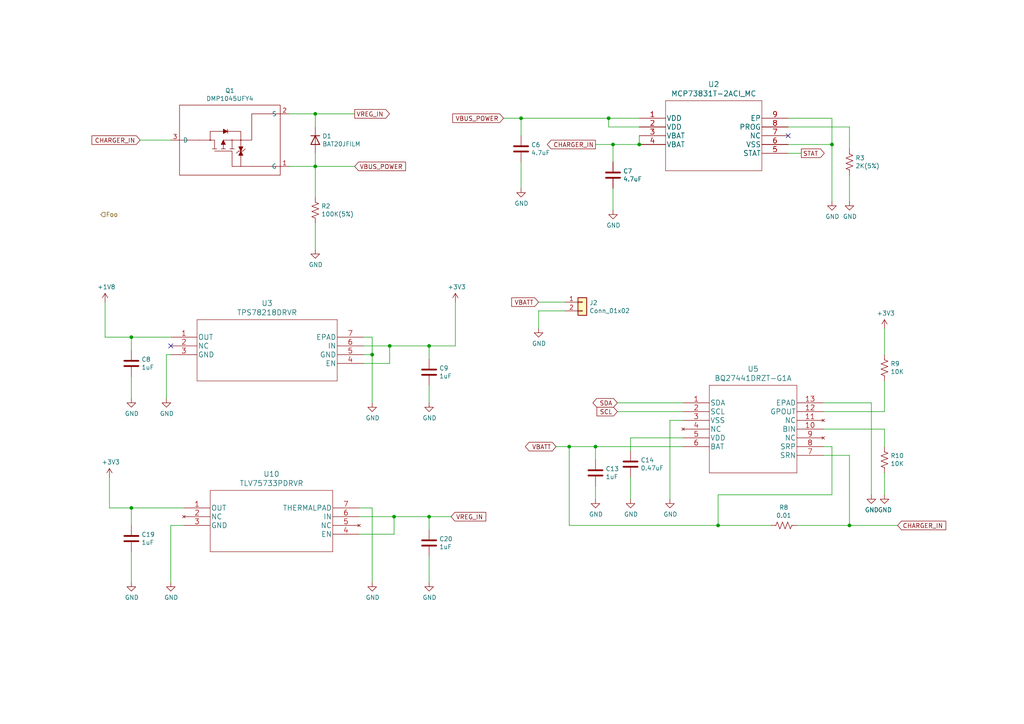
<source format=kicad_sch>
(kicad_sch (version 20230121) (generator eeschema)
  (paper "A4")
  (lib_symbols
    (symbol "BQ27441DRZTG1A:BQ27441DRZT-G1A" (pin_names (offset 0.254))
      (property "Reference" "U" (at 20.32 10.16 0))
      (property "Value" "BQ27441DRZT-G1A" (at 20.32 7.62 0))
      (symbol "BQ27441DRZT-G1A_1_1"
        (polyline (pts (xy 7.62 -20.32) (xy 33.02 -20.32)) (stroke (width 0.127)))
        (polyline (pts (xy 7.62 5.08) (xy 7.62 -20.32)) (stroke (width 0.127)))
        (polyline (pts (xy 33.02 -20.32) (xy 33.02 5.08)) (stroke (width 0.127)))
        (polyline (pts (xy 33.02 5.08) (xy 7.62 5.08)) (stroke (width 0.127)))
        (pin bidirectional line (at 0 0 0) (length 7.62) (name "SDA") (number "1"))
        (pin input line (at 40.64 -7.62 180) (length 7.62) (name "BIN") (number "10"))
        (pin no_connect line (at 40.64 -5.08 180) (length 7.62) (name "NC") (number "11"))
        (pin output line (at 40.64 -2.54 180) (length 7.62) (name "GPOUT") (number "12"))
        (pin unspecified line (at 40.64 0 180) (length 7.62) (name "EPAD") (number "13"))
        (pin bidirectional line (at 0 -2.54 0) (length 7.62) (name "SCL") (number "2"))
        (pin power_in line (at 0 -5.08 0) (length 7.62) (name "VSS") (number "3"))
        (pin no_connect line (at 0 -7.62 0) (length 7.62) (name "NC") (number "4"))
        (pin power_in line (at 0 -10.16 0) (length 7.62) (name "VDD") (number "5"))
        (pin input line (at 0 -12.7 0) (length 7.62) (name "BAT") (number "6"))
        (pin input line (at 40.64 -15.24 180) (length 7.62) (name "SRN") (number "7"))
        (pin input line (at 40.64 -12.7 180) (length 7.62) (name "SRP") (number "8"))
        (pin no_connect line (at 40.64 -10.16 180) (length 7.62) (name "NC") (number "9"))
      )
    )
    (symbol "Connector_Generic:Conn_01x02" (pin_names (offset 1.016) hide)
      (property "Reference" "J" (at 0 2.54 0))
      (property "Value" "Conn_01x02" (at 0 -5.08 0))
      (symbol "Conn_01x02_1_1"
        (rectangle (start -1.27 -2.413) (end 0 -2.667) (stroke (width 0.1524)))
        (rectangle (start -1.27 0.127) (end 0 -0.127) (stroke (width 0.1524)))
        (rectangle (start -1.27 1.27) (end 1.27 -3.81) (stroke (width 0.254)) (fill (type background)))
        (pin passive line (at -5.08 0 0) (length 3.81) (name "Pin_1") (number "1"))
        (pin passive line (at -5.08 -2.54 0) (length 3.81) (name "Pin_2") (number "2"))
      )
    )
    (symbol "DMP1045UFY4:DMP1045UFY4" (pin_names (offset 1.016))
      (property "Reference" "Q" (at -12.7 11.43 0))
      (property "Value" "DMP1045UFY4" (at 10.16 -11.43 0))
      (symbol "DMP1045UFY4_0_1"
        (circle (center -3.81 0) (radius 0.127) (fill (type outline)))
        (polyline (pts (xy -6.985 0) (xy -12.7 0)))
        (polyline (pts (xy -6.985 0) (xy -6.985 0)))
        (polyline (pts (xy -3.175 -2.54) (xy -1.905 -2.54)))
        (polyline (pts (xy -0.635 -2.54) (xy 0.635 -2.54)))
        (polyline (pts (xy 1.27 3.175) (xy 1.27 1.905)))
        (polyline (pts (xy 1.905 -2.54) (xy 3.175 -2.54)))
        (polyline (pts (xy 2.54 -2.54) (xy 2.54 0)))
        (polyline (pts (xy 4.445 -3.175) (xy 3.81 -3.81)))
        (polyline (pts (xy 8.255 7.62) (xy 8.255 7.62)))
        (polyline (pts (xy 8.255 7.62) (xy 16.51 7.62)))
        (polyline (pts (xy -2.54 -2.54) (xy -2.54 0) (xy -6.985 0)))
        (polyline (pts (xy 4.445 -3.175) (xy 5.715 -3.175) (xy 6.35 -2.54)))
        (polyline (pts (xy 5.08 0) (xy 8.255 0) (xy 8.255 7.62)))
        (polyline (pts (xy -3.81 0) (xy -3.81 2.54) (xy 5.08 2.54) (xy 5.08 0)))
        (polyline (pts (xy -2.54 -3.175) (xy 2.54 -3.175) (xy 2.54 -7.62) (xy 16.51 -7.62)))
        (polyline (pts (xy 0 -2.54) (xy 0 0) (xy 5.08 0) (xy 5.08 -7.62)))
        (polyline (pts (xy 0 0) (xy -0.635 -1.27) (xy 0.635 -1.27) (xy 0 0)) (fill (type outline)))
        (polyline (pts (xy 0 3.175) (xy 0 1.905) (xy 1.27 2.54) (xy 0 3.175)) (fill (type outline)))
        (polyline (pts (xy 5.08 -3.175) (xy 4.445 -4.445) (xy 5.715 -4.445) (xy 5.08 -3.175)) (fill (type outline)))
        (polyline (pts (xy 5.08 -3.175) (xy 4.445 -1.905) (xy 5.715 -1.905) (xy 5.08 -3.175)) (fill (type outline)))
        (circle (center 2.54 0) (radius 0.1016) (fill (type outline)))
        (circle (center 5.08 0) (radius 0.127) (fill (type outline)))
        (rectangle (start 16.51 10.16) (end -12.7 -10.16))
      )
      (symbol "DMP1045UFY4_1_1"
        (pin bidirectional line (at 19.05 -7.62 180) (length 2.54) (name "G") (number "1"))
        (pin bidirectional line (at 19.05 7.62 180) (length 2.54) (name "S") (number "2"))
        (pin bidirectional line (at -15.24 0 0) (length 2.54) (name "D") (number "3"))
      )
    )
    (symbol "Device:C" (pin_numbers hide) (pin_names (offset 0.254))
      (property "Reference" "C" (at 0.635 2.54 0))
      (property "Value" "C" (at 0.635 -2.54 0))
      (symbol "C_0_1"
        (polyline (pts (xy -2.032 -0.762) (xy 2.032 -0.762)) (stroke (width 0.508)))
        (polyline (pts (xy -2.032 0.762) (xy 2.032 0.762)) (stroke (width 0.508)))
      )
      (symbol "C_1_1"
        (pin passive line (at 0 3.81 270) (length 2.794) (name "~") (number "1"))
        (pin passive line (at 0 -3.81 90) (length 2.794) (name "~") (number "2"))
      )
    )
    (symbol "Device:D" (pin_numbers hide) (pin_names (offset 1.016) hide)
      (property "Reference" "D" (at 0 2.54 0))
      (property "Value" "D" (at 0 -2.54 0))
      (symbol "D_0_1"
        (polyline (pts (xy -1.27 1.27) (xy -1.27 -1.27)) (stroke (width 0.254)))
        (polyline (pts (xy 1.27 0) (xy -1.27 0)))
        (polyline (pts (xy 1.27 1.27) (xy 1.27 -1.27) (xy -1.27 0) (xy 1.27 1.27)) (stroke (width 0.254)))
      )
      (symbol "D_1_1"
        (pin passive line (at -3.81 0 0) (length 2.54) (name "K") (number "1"))
        (pin passive line (at 3.81 0 180) (length 2.54) (name "A") (number "2"))
      )
    )
    (symbol "Device:R_US" (pin_numbers hide) (pin_names (offset 0))
      (property "Reference" "R" (at 2.54 0 90))
      (property "Value" "R_US" (at -2.54 0 90))
      (symbol "R_US_0_1"
        (polyline (pts (xy 0 -2.286) (xy 0 -2.54)))
        (polyline (pts (xy 0 2.286) (xy 0 2.54)))
        (polyline (pts (xy 0 -0.762) (xy 1.016 -1.143) (xy 0 -1.524) (xy -1.016 -1.905) (xy 0 -2.286)))
        (polyline (pts (xy 0 0.762) (xy 1.016 0.381) (xy 0 0) (xy -1.016 -0.381) (xy 0 -0.762)))
        (polyline (pts (xy 0 2.286) (xy 1.016 1.905) (xy 0 1.524) (xy -1.016 1.143) (xy 0 0.762)))
      )
      (symbol "R_US_1_1"
        (pin passive line (at 0 3.81 270) (length 1.27) (name "~") (number "1"))
        (pin passive line (at 0 -3.81 90) (length 1.27) (name "~") (number "2"))
      )
    )
    (symbol "TLV75733PDRVR:TLV75733PDRVR" (pin_names (offset 0.254))
      (property "Reference" "U" (at 25.4 10.16 0))
      (property "Value" "TLV75733PDRVR" (at 25.4 7.62 0))
      (symbol "TLV75733PDRVR_1_1"
        (polyline (pts (xy 7.62 -12.7) (xy 43.18 -12.7)) (stroke (width 0.127)))
        (polyline (pts (xy 7.62 5.08) (xy 7.62 -12.7)) (stroke (width 0.127)))
        (polyline (pts (xy 43.18 -12.7) (xy 43.18 5.08)) (stroke (width 0.127)))
        (polyline (pts (xy 43.18 5.08) (xy 7.62 5.08)) (stroke (width 0.127)))
        (pin output line (at 0 0 0) (length 7.62) (name "OUT") (number "1"))
        (pin no_connect line (at 0 -2.54 0) (length 7.62) (name "NC") (number "2"))
        (pin power_in line (at 0 -5.08 0) (length 7.62) (name "GND") (number "3"))
        (pin unspecified line (at 50.8 -7.62 180) (length 7.62) (name "EN") (number "4"))
        (pin no_connect line (at 50.8 -5.08 180) (length 7.62) (name "NC") (number "5"))
        (pin unspecified line (at 50.8 -2.54 180) (length 7.62) (name "IN") (number "6"))
        (pin unspecified line (at 50.8 0 180) (length 7.62) (name "THERMALPAD") (number "7"))
      )
    )
    (symbol "TPS78218DRVR:TPS78218DRVR" (pin_names (offset 0.254))
      (property "Reference" "U" (at 27.94 10.16 0))
      (property "Value" "TPS78218DRVR" (at 27.94 7.62 0))
      (symbol "TPS78218DRVR_1_1"
        (polyline (pts (xy 7.62 -12.7) (xy 48.26 -12.7)) (stroke (width 0.127)))
        (polyline (pts (xy 7.62 5.08) (xy 7.62 -12.7)) (stroke (width 0.127)))
        (polyline (pts (xy 48.26 -12.7) (xy 48.26 5.08)) (stroke (width 0.127)))
        (polyline (pts (xy 48.26 5.08) (xy 7.62 5.08)) (stroke (width 0.127)))
        (pin output line (at 0 0 0) (length 7.62) (name "OUT") (number "1"))
        (pin unspecified line (at 0 -2.54 0) (length 7.62) (name "NC") (number "2"))
        (pin power_in line (at 0 -5.08 0) (length 7.62) (name "GND") (number "3"))
        (pin unspecified line (at 55.88 -7.62 180) (length 7.62) (name "EN") (number "4"))
        (pin power_in line (at 55.88 -5.08 180) (length 7.62) (name "GND") (number "5"))
        (pin input line (at 55.88 -2.54 180) (length 7.62) (name "IN") (number "6"))
        (pin unspecified line (at 55.88 0 180) (length 7.62) (name "EPAD") (number "7"))
      )
    )
    (symbol "microgame2-rescue:+3.3V-power" (power) (pin_names (offset 0))
      (property "Value" "+3.3V-power" (at 0 3.556 0))
      (symbol "+3.3V-power_0_1"
        (polyline (pts (xy -0.762 1.27) (xy 0 2.54)))
        (polyline (pts (xy 0 0) (xy 0 2.54)))
        (polyline (pts (xy 0 2.54) (xy 0.762 1.27)))
      )
      (symbol "+3.3V-power_1_1"
        (pin power_in line (at 0 0 90) (length 0) hide (name "+3V3") (number "1"))
      )
    )
    (symbol "microgame2-rescue:MCP73831T-2ACI_MC-MCP73831T2ACIMC" (pin_names (offset 0.254))
      (property "Reference" "U" (at 21.59 10.16 0))
      (property "Value" "MCP73831T2ACIMC_MCP73831T-2ACI_MC" (at 21.59 7.62 0))
      (symbol "MCP73831T-2ACI_MC-MCP73831T2ACIMC_1_1"
        (polyline (pts (xy 7.62 -15.24) (xy 35.56 -15.24)) (stroke (width 0.127)))
        (polyline (pts (xy 7.62 5.08) (xy 7.62 -15.24)) (stroke (width 0.127)))
        (polyline (pts (xy 35.56 -15.24) (xy 35.56 5.08)) (stroke (width 0.127)))
        (polyline (pts (xy 35.56 5.08) (xy 7.62 5.08)) (stroke (width 0.127)))
        (pin unspecified line (at 0 0 0) (length 7.62) (name "VDD") (number "1"))
        (pin unspecified line (at 0 -2.54 0) (length 7.62) (name "VDD") (number "2"))
        (pin unspecified line (at 0 -5.08 0) (length 7.62) (name "VBAT") (number "3"))
        (pin unspecified line (at 0 -7.62 0) (length 7.62) (name "VBAT") (number "4"))
        (pin unspecified line (at 43.18 -10.16 180) (length 7.62) (name "STAT") (number "5"))
        (pin unspecified line (at 43.18 -7.62 180) (length 7.62) (name "VSS") (number "6"))
        (pin unspecified line (at 43.18 -5.08 180) (length 7.62) (name "NC") (number "7"))
        (pin unspecified line (at 43.18 -2.54 180) (length 7.62) (name "PROG") (number "8"))
        (pin unspecified line (at 43.18 0 180) (length 7.62) (name "EP") (number "9"))
      )
    )
    (symbol "power:+1V8" (power) (pin_names (offset 0))
      (property "Value" "+1V8" (at 0 3.556 0))
      (symbol "+1V8_0_1"
        (polyline (pts (xy -0.762 1.27) (xy 0 2.54)))
        (polyline (pts (xy 0 0) (xy 0 2.54)))
        (polyline (pts (xy 0 2.54) (xy 0.762 1.27)))
      )
      (symbol "+1V8_1_1"
        (pin power_in line (at 0 0 90) (length 0) hide (name "+1V8") (number "1"))
      )
    )
    (symbol "power:GND" (power) (pin_names (offset 0))
      (property "Value" "GND" (at 0 -3.81 0))
      (symbol "GND_0_1"
        (polyline (pts (xy 0 0) (xy 0 -1.27) (xy 1.27 -1.27) (xy 0 -2.54) (xy -1.27 -1.27) (xy 0 -1.27)))
      )
      (symbol "GND_1_1"
        (pin power_in line (at 0 0 270) (length 0) hide (name "GND") (number "1"))
      )
    )
  )
  (junction (at 38.1 97.79))
  (junction (at 124.46 100.33))
  (junction (at 114.3 149.86))
  (junction (at 165.1 129.54))
  (junction (at 38.1 147.32))
  (junction (at 208.28 152.4))
  (junction (at 91.44 33.02))
  (junction (at 113.03 100.33))
  (junction (at 177.8 41.91))
  (junction (at 124.46 149.86))
  (junction (at 241.3 41.91))
  (junction (at 185.42 41.91))
  (junction (at 176.53 34.29))
  (junction (at 172.72 129.54))
  (junction (at 246.38 152.4))
  (junction (at 107.95 102.87))
  (junction (at 91.44 48.26))
  (junction (at 151.13 34.29))
  (no_connect (at 49.53 100.33))
  (no_connect (at 228.6 39.37))
  (wire (pts (xy 238.76 124.46) (xy 256.54 124.46)))
  (wire (pts (xy 163.83 87.63) (xy 156.21 87.63)))
  (wire (pts (xy 151.13 39.37) (xy 151.13 34.29)))
  (wire (pts (xy 241.3 143.51) (xy 208.28 143.51)))
  (wire (pts (xy 172.72 144.78) (xy 172.72 140.97)))
  (wire (pts (xy 246.38 152.4) (xy 260.35 152.4)))
  (wire (pts (xy 256.54 102.87) (xy 256.54 95.25)))
  (wire (pts (xy 182.88 144.78) (xy 182.88 138.43)))
  (wire (pts (xy 228.6 36.83) (xy 246.38 36.83)))
  (wire (pts (xy 83.82 48.26) (xy 91.44 48.26)))
  (wire (pts (xy 105.41 105.41) (xy 113.03 105.41)))
  (wire (pts (xy 38.1 147.32) (xy 31.75 147.32)))
  (wire (pts (xy 105.41 97.79) (xy 107.95 97.79)))
  (wire (pts (xy 165.1 129.54) (xy 161.29 129.54)))
  (wire (pts (xy 177.8 41.91) (xy 172.72 41.91)))
  (wire (pts (xy 198.12 127) (xy 182.88 127)))
  (wire (pts (xy 246.38 132.08) (xy 246.38 152.4)))
  (wire (pts (xy 241.3 129.54) (xy 241.3 143.51)))
  (wire (pts (xy 238.76 132.08) (xy 246.38 132.08)))
  (wire (pts (xy 252.73 116.84) (xy 252.73 143.51)))
  (wire (pts (xy 241.3 41.91) (xy 241.3 58.42)))
  (wire (pts (xy 208.28 152.4) (xy 223.52 152.4)))
  (wire (pts (xy 38.1 109.22) (xy 38.1 115.57)))
  (wire (pts (xy 198.12 116.84) (xy 179.07 116.84)))
  (wire (pts (xy 151.13 46.99) (xy 151.13 54.61)))
  (wire (pts (xy 30.48 97.79) (xy 30.48 87.63)))
  (wire (pts (xy 49.53 152.4) (xy 49.53 168.91)))
  (wire (pts (xy 177.8 46.99) (xy 177.8 41.91)))
  (wire (pts (xy 91.44 48.26) (xy 102.87 48.26)))
  (wire (pts (xy 38.1 101.6) (xy 38.1 97.79)))
  (wire (pts (xy 194.31 121.92) (xy 194.31 144.78)))
  (wire (pts (xy 104.14 154.94) (xy 114.3 154.94)))
  (wire (pts (xy 124.46 100.33) (xy 132.08 100.33)))
  (wire (pts (xy 228.6 44.45) (xy 232.41 44.45)))
  (wire (pts (xy 107.95 97.79) (xy 107.95 102.87)))
  (wire (pts (xy 176.53 34.29) (xy 151.13 34.29)))
  (wire (pts (xy 132.08 100.33) (xy 132.08 87.63)))
  (wire (pts (xy 107.95 102.87) (xy 107.95 116.84)))
  (wire (pts (xy 182.88 127) (xy 182.88 130.81)))
  (wire (pts (xy 172.72 133.35) (xy 172.72 129.54)))
  (wire (pts (xy 238.76 129.54) (xy 241.3 129.54)))
  (wire (pts (xy 176.53 34.29) (xy 185.42 34.29)))
  (wire (pts (xy 107.95 147.32) (xy 107.95 168.91)))
  (wire (pts (xy 114.3 149.86) (xy 124.46 149.86)))
  (wire (pts (xy 231.14 152.4) (xy 246.38 152.4)))
  (wire (pts (xy 53.34 147.32) (xy 38.1 147.32)))
  (wire (pts (xy 49.53 102.87) (xy 48.26 102.87)))
  (wire (pts (xy 124.46 149.86) (xy 130.81 149.86)))
  (wire (pts (xy 49.53 40.64) (xy 40.64 40.64)))
  (wire (pts (xy 30.48 97.79) (xy 38.1 97.79)))
  (wire (pts (xy 198.12 121.92) (xy 194.31 121.92)))
  (wire (pts (xy 104.14 149.86) (xy 114.3 149.86)))
  (wire (pts (xy 124.46 100.33) (xy 124.46 104.14)))
  (wire (pts (xy 53.34 152.4) (xy 49.53 152.4)))
  (wire (pts (xy 114.3 154.94) (xy 114.3 149.86)))
  (wire (pts (xy 156.21 90.17) (xy 156.21 95.25)))
  (wire (pts (xy 208.28 143.51) (xy 208.28 152.4)))
  (wire (pts (xy 256.54 119.38) (xy 256.54 110.49)))
  (wire (pts (xy 185.42 36.83) (xy 176.53 36.83)))
  (wire (pts (xy 105.41 100.33) (xy 113.03 100.33)))
  (wire (pts (xy 228.6 34.29) (xy 241.3 34.29)))
  (wire (pts (xy 113.03 100.33) (xy 124.46 100.33)))
  (wire (pts (xy 105.41 102.87) (xy 107.95 102.87)))
  (wire (pts (xy 228.6 41.91) (xy 241.3 41.91)))
  (wire (pts (xy 185.42 41.91) (xy 177.8 41.91)))
  (wire (pts (xy 124.46 111.76) (xy 124.46 116.84)))
  (wire (pts (xy 31.75 147.32) (xy 31.75 138.43)))
  (wire (pts (xy 104.14 147.32) (xy 107.95 147.32)))
  (wire (pts (xy 185.42 39.37) (xy 185.42 41.91)))
  (wire (pts (xy 113.03 105.41) (xy 113.03 100.33)))
  (wire (pts (xy 256.54 137.16) (xy 256.54 143.51)))
  (wire (pts (xy 38.1 152.4) (xy 38.1 147.32)))
  (wire (pts (xy 246.38 36.83) (xy 246.38 43.18)))
  (wire (pts (xy 256.54 124.46) (xy 256.54 129.54)))
  (wire (pts (xy 165.1 129.54) (xy 165.1 152.4)))
  (wire (pts (xy 83.82 33.02) (xy 91.44 33.02)))
  (wire (pts (xy 198.12 129.54) (xy 172.72 129.54)))
  (wire (pts (xy 151.13 34.29) (xy 146.05 34.29)))
  (wire (pts (xy 91.44 44.45) (xy 91.44 48.26)))
  (wire (pts (xy 124.46 161.29) (xy 124.46 168.91)))
  (wire (pts (xy 241.3 34.29) (xy 241.3 41.91)))
  (wire (pts (xy 198.12 119.38) (xy 179.07 119.38)))
  (wire (pts (xy 49.53 97.79) (xy 38.1 97.79)))
  (wire (pts (xy 246.38 50.8) (xy 246.38 58.42)))
  (wire (pts (xy 176.53 36.83) (xy 176.53 34.29)))
  (wire (pts (xy 165.1 152.4) (xy 208.28 152.4)))
  (wire (pts (xy 91.44 36.83) (xy 91.44 33.02)))
  (wire (pts (xy 238.76 116.84) (xy 252.73 116.84)))
  (wire (pts (xy 91.44 33.02) (xy 102.87 33.02)))
  (wire (pts (xy 91.44 64.77) (xy 91.44 72.39)))
  (wire (pts (xy 163.83 90.17) (xy 156.21 90.17)))
  (wire (pts (xy 172.72 129.54) (xy 165.1 129.54)))
  (wire (pts (xy 48.26 102.87) (xy 48.26 115.57)))
  (wire (pts (xy 91.44 48.26) (xy 91.44 57.15)))
  (wire (pts (xy 38.1 160.02) (xy 38.1 168.91)))
  (wire (pts (xy 177.8 54.61) (xy 177.8 60.96)))
  (wire (pts (xy 124.46 153.67) (xy 124.46 149.86)))
  (wire (pts (xy 238.76 119.38) (xy 256.54 119.38)))
  (global_label "VREG_IN" (shape output) (at 102.87 33.02 0) (property "Intersheetrefs" "${INTERSHEET_REFS}" (effects hide)))
  (global_label "SCL" (shape input) (at 179.07 119.38 180) (property "Intersheetrefs" "${INTERSHEET_REFS}" (effects hide)))
  (global_label "VBATT" (shape input) (at 156.21 87.63 180) (property "Intersheetrefs" "${INTERSHEET_REFS}" (effects hide)))
  (global_label "STAT" (shape output) (at 232.41 44.45 0) (property "Intersheetrefs" "${INTERSHEET_REFS}" (effects hide)))
  (global_label "VBATT" (shape bidirectional) (at 161.29 129.54 180) (property "Intersheetrefs" "${INTERSHEET_REFS}" (effects hide)))
  (global_label "VBUS_POWER" (shape input) (at 102.87 48.26 0) (property "Intersheetrefs" "${INTERSHEET_REFS}" (effects hide)))
  (global_label "CHARGER_IN" (shape input) (at 40.64 40.64 180) (property "Intersheetrefs" "${INTERSHEET_REFS}" (effects hide)))
  (global_label "CHARGER_IN" (shape input) (at 260.35 152.4 0) (property "Intersheetrefs" "${INTERSHEET_REFS}" (effects hide)))
  (global_label "VBUS_POWER" (shape input) (at 146.05 34.29 180) (property "Intersheetrefs" "${INTERSHEET_REFS}" (effects hide)))
  (global_label "VREG_IN" (shape input) (at 130.81 149.86 0) (property "Intersheetrefs" "${INTERSHEET_REFS}" (effects hide)))
  (global_label "SDA" (shape bidirectional) (at 179.07 116.84 180) (property "Intersheetrefs" "${INTERSHEET_REFS}" (effects hide)))
  (global_label "CHARGER_IN" (shape output) (at 172.72 41.91 180) (property "Intersheetrefs" "${INTERSHEET_REFS}" (effects hide)))
  (hierarchical_label "Foo" (shape input) (at 29.21 62.23 0))
  (symbol (lib_id "DMP1045UFY4:DMP1045UFY4") (at 64.77 40.64 0) (unit 1)
    (property "Reference" "Q1" (at 66.675 26.289 0))
    (property "Value" "DMP1045UFY4" (at 66.675 28.6004 0))
    (property "Footprint" "Digi-Key:X2-DFN2015-3" (effects hide))
    (instances (project "microgame2" (path "" (reference "Q1") (unit 1)) (path "" (reference "Q5") (unit 1))))
  )
  (symbol (lib_id "Device:D") (at 91.44 40.64 270) (unit 1)
    (property "Reference" "D1" (at 93.472 39.4716 90) (effects (justify left)))
    (property "Value" "‎BAT20JFILM" (at 93.472 41.783 90) (effects (justify left)))
    (property "Footprint" "Digi-Key:BAT20JFILM" (effects hide))
    (instances (project "microgame2" (path "" (reference "D1") (unit 1)) (path "" (reference "D2") (unit 1))))
  )
  (symbol (lib_id "microgame2-rescue:MCP73831T-2ACI_MC-MCP73831T2ACIMC") (at 185.42 34.29 0) (unit 1)
    (property "Reference" "U2" (at 207.01 24.4602 0) (effects (font (size 1.524 1.524))))
    (property "Value" "MCP73831T-2ACI_MC" (at 207.01 27.1526 0) (effects (font (size 1.524 1.524))))
    (property "Footprint" "Digi-Key:MCP73831T-2ACI&slash_MC" (effects hide))
    (instances (project "microgame2" (path "" (reference "U2") (unit 1)) (path "" (reference "U2") (unit 1)) (path "" (reference "U13") (unit 1))))
  )
  (symbol (lib_id "Device:R_US") (at 91.44 60.96 0) (unit 1)
    (property "Reference" "R2" (at 93.1672 59.7916 0) (effects (justify left)))
    (property "Value" "100K(5%)" (at 93.1672 62.103 0) (effects (justify left)))
    (property "Footprint" "Resistor_SMD:R_0402_1005Metric" (effects hide))
    (instances (project "microgame2" (path "" (reference "R2") (unit 1)) (path "" (reference "R27") (unit 1))))
  )
  (symbol (lib_id "power:GND") (at 91.44 72.39 0) (unit 1)
    (property "Reference" "#PWR010" (effects hide))
    (property "Value" "GND" (at 91.567 76.7842 0))
    (instances (project "microgame2" (path "" (reference "#PWR010") (unit 1)) (path "" (reference "#PWR063") (unit 1))))
  )
  (symbol (lib_id "Device:C") (at 151.13 43.18 0) (unit 1)
    (property "Reference" "C6" (at 154.051 42.0116 0) (effects (justify left)))
    (property "Value" "4.7uF" (at 154.051 44.323 0) (effects (justify left)))
    (property "Footprint" "Resistor_SMD:R_0603_1608Metric" (effects hide))
    (instances (project "microgame2" (path "" (reference "C6") (unit 1)) (path "" (reference "C29") (unit 1))))
  )
  (symbol (lib_id "power:GND") (at 151.13 54.61 0) (unit 1)
    (property "Reference" "#PWR011" (effects hide))
    (property "Value" "GND" (at 151.257 59.0042 0))
    (instances (project "microgame2" (path "" (reference "#PWR011") (unit 1)) (path "" (reference "#PWR069") (unit 1))))
  )
  (symbol (lib_id "Device:R_US") (at 246.38 46.99 0) (unit 1)
    (property "Reference" "R3" (at 248.1072 45.8216 0) (effects (justify left)))
    (property "Value" "2K(5%)" (at 248.1072 48.133 0) (effects (justify left)))
    (property "Footprint" "Resistor_SMD:R_0402_1005Metric" (effects hide))
    (instances (project "microgame2" (path "" (reference "R3") (unit 1)) (path "" (reference "R29") (unit 1))))
  )
  (symbol (lib_id "power:GND") (at 246.38 58.42 0) (unit 1)
    (property "Reference" "#PWR014" (effects hide))
    (property "Value" "GND" (at 246.507 62.8142 0))
    (instances (project "microgame2" (path "" (reference "#PWR014") (unit 1)) (path "" (reference "#PWR076") (unit 1))))
  )
  (symbol (lib_id "Device:C") (at 177.8 50.8 0) (unit 1)
    (property "Reference" "C7" (at 180.721 49.6316 0) (effects (justify left)))
    (property "Value" "4.7uF" (at 180.721 51.943 0) (effects (justify left)))
    (property "Footprint" "Resistor_SMD:R_0603_1608Metric" (effects hide))
    (instances (project "microgame2" (path "" (reference "C7") (unit 1)) (path "" (reference "C31") (unit 1))))
  )
  (symbol (lib_id "power:GND") (at 177.8 60.96 0) (unit 1)
    (property "Reference" "#PWR012" (effects hide))
    (property "Value" "GND" (at 177.927 65.3542 0))
    (instances (project "microgame2" (path "" (reference "#PWR012") (unit 1)) (path "" (reference "#PWR072") (unit 1))))
  )
  (symbol (lib_id "power:GND") (at 241.3 58.42 0) (unit 1)
    (property "Reference" "#PWR013" (effects hide))
    (property "Value" "GND" (at 241.427 62.8142 0))
    (instances (project "microgame2" (path "" (reference "#PWR013") (unit 1)) (path "" (reference "#PWR075") (unit 1))))
  )
  (symbol (lib_id "TPS78218DRVR:TPS78218DRVR") (at 49.53 97.79 0) (unit 1)
    (property "Reference" "U3" (at 77.47 87.9602 0) (effects (font (size 1.524 1.524))))
    (property "Value" "TPS78218DRVR" (at 77.47 90.6526 0) (effects (font (size 1.524 1.524))))
    (property "Footprint" "Digi-Key:TPS78218DRVR" (effects hide))
    (instances (project "microgame2" (path "" (reference "U3") (unit 1)) (path "" (reference "U11") (unit 1))))
  )
  (symbol (lib_id "Device:C") (at 38.1 105.41 0) (unit 1)
    (property "Reference" "C8" (at 41.021 104.2416 0) (effects (justify left)))
    (property "Value" "1uF" (at 41.021 106.553 0) (effects (justify left)))
    (property "Footprint" "Resistor_SMD:R_0603_1608Metric" (effects hide))
    (instances (project "microgame2" (path "" (reference "C8") (unit 1)) (path "" (reference "C25") (unit 1))))
  )
  (symbol (lib_id "power:GND") (at 48.26 115.57 0) (unit 1)
    (property "Reference" "#PWR017" (effects hide))
    (property "Value" "GND" (at 48.387 119.9642 0))
    (instances (project "microgame2" (path "" (reference "#PWR017") (unit 1)) (path "" (reference "#PWR061") (unit 1))))
  )
  (symbol (lib_id "power:GND") (at 38.1 115.57 0) (unit 1)
    (property "Reference" "#PWR016" (effects hide))
    (property "Value" "GND" (at 38.227 119.9642 0))
    (instances (project "microgame2" (path "" (reference "#PWR016") (unit 1)) (path "" (reference "#PWR059") (unit 1))))
  )
  (symbol (lib_id "Device:C") (at 124.46 107.95 0) (unit 1)
    (property "Reference" "C9" (at 127.381 106.7816 0) (effects (justify left)))
    (property "Value" "1uF" (at 127.381 109.093 0) (effects (justify left)))
    (property "Footprint" "Resistor_SMD:R_0603_1608Metric" (effects hide))
    (instances (project "microgame2" (path "" (reference "C9") (unit 1)) (path "" (reference "C27") (unit 1))))
  )
  (symbol (lib_id "power:GND") (at 124.46 116.84 0) (unit 1)
    (property "Reference" "#PWR019" (effects hide))
    (property "Value" "GND" (at 124.587 121.2342 0))
    (instances (project "microgame2" (path "" (reference "#PWR019") (unit 1)) (path "" (reference "#PWR066") (unit 1))))
  )
  (symbol (lib_id "power:GND") (at 107.95 116.84 0) (unit 1)
    (property "Reference" "#PWR018" (effects hide))
    (property "Value" "GND" (at 108.077 121.2342 0))
    (instances (project "microgame2" (path "" (reference "#PWR018") (unit 1)) (path "" (reference "#PWR064") (unit 1))))
  )
  (symbol (lib_id "BQ27441DRZTG1A:BQ27441DRZT-G1A") (at 198.12 116.84 0) (unit 1)
    (property "Reference" "U5" (at 218.44 107.0102 0) (effects (font (size 1.524 1.524))))
    (property "Value" "BQ27441DRZT-G1A" (at 218.44 109.7026 0) (effects (font (size 1.524 1.524))))
    (property "Footprint" "Digi-Key:BQ27441DRZT-G1A" (effects hide))
    (instances (project "microgame2" (path "" (reference "U5") (unit 1)) (path "" (reference "U14") (unit 1))))
  )
  (symbol (lib_id "power:GND") (at 252.73 143.51 0) (unit 1)
    (property "Reference" "#PWR031" (effects hide))
    (property "Value" "GND" (at 252.857 147.9042 0))
    (instances (project "microgame2" (path "" (reference "#PWR031") (unit 1)) (path "" (reference "#PWR077") (unit 1))))
  )
  (symbol (lib_id "Device:R_US") (at 256.54 106.68 0) (unit 1)
    (property "Reference" "R9" (at 258.2672 105.5116 0) (effects (justify left)))
    (property "Value" "10K" (at 258.2672 107.823 0) (effects (justify left)))
    (property "Footprint" "Resistor_SMD:R_0402_1005Metric" (effects hide))
    (instances (project "microgame2" (path "" (reference "R9") (unit 1)) (path "" (reference "R30") (unit 1))))
  )
  (symbol (lib_id "microgame2-rescue:+3.3V-power") (at 256.54 95.25 0) (unit 1)
    (property "Reference" "#PWR032" (effects hide))
    (property "Value" "+3.3V" (at 256.921 90.8558 0))
    (instances (project "microgame2" (path "" (reference "#PWR032") (unit 1)) (path "" (reference "#PWR078") (unit 1))))
  )
  (symbol (lib_id "Device:R_US") (at 256.54 133.35 0) (unit 1)
    (property "Reference" "R10" (at 258.2672 132.1816 0) (effects (justify left)))
    (property "Value" "10K" (at 258.2672 134.493 0) (effects (justify left)))
    (property "Footprint" "Resistor_SMD:R_0402_1005Metric" (effects hide))
    (instances (project "microgame2" (path "" (reference "R10") (unit 1)) (path "" (reference "R31") (unit 1))))
  )
  (symbol (lib_id "power:GND") (at 256.54 143.51 0) (unit 1)
    (property "Reference" "#PWR033" (effects hide))
    (property "Value" "GND" (at 256.667 147.9042 0))
    (instances (project "microgame2" (path "" (reference "#PWR033") (unit 1)) (path "" (reference "#PWR079") (unit 1))))
  )
  (symbol (lib_id "power:GND") (at 194.31 144.78 0) (unit 1)
    (property "Reference" "#PWR030" (effects hide))
    (property "Value" "GND" (at 194.437 149.1742 0))
    (instances (project "microgame2" (path "" (reference "#PWR030") (unit 1)) (path "" (reference "#PWR074") (unit 1))))
  )
  (symbol (lib_id "Device:C") (at 182.88 134.62 0) (unit 1)
    (property "Reference" "C14" (at 185.801 133.4516 0) (effects (justify left)))
    (property "Value" "0.47uF" (at 185.801 135.763 0) (effects (justify left)))
    (property "Footprint" "Resistor_SMD:R_0402_1005Metric" (effects hide))
    (instances (project "microgame2" (path "" (reference "C14") (unit 1)) (path "" (reference "C32") (unit 1))))
  )
  (symbol (lib_id "power:GND") (at 182.88 144.78 0) (unit 1)
    (property "Reference" "#PWR029" (effects hide))
    (property "Value" "GND" (at 183.007 149.1742 0))
    (instances (project "microgame2" (path "" (reference "#PWR029") (unit 1)) (path "" (reference "#PWR073") (unit 1))))
  )
  (symbol (lib_id "Device:C") (at 172.72 137.16 0) (unit 1)
    (property "Reference" "C13" (at 175.641 135.9916 0) (effects (justify left)))
    (property "Value" "1uF" (at 175.641 138.303 0) (effects (justify left)))
    (property "Footprint" "Resistor_SMD:R_0603_1608Metric" (effects hide))
    (instances (project "microgame2" (path "" (reference "C13") (unit 1)) (path "" (reference "C30") (unit 1))))
  )
  (symbol (lib_id "power:GND") (at 172.72 144.78 0) (unit 1)
    (property "Reference" "#PWR028" (effects hide))
    (property "Value" "GND" (at 172.847 149.1742 0))
    (instances (project "microgame2" (path "" (reference "#PWR028") (unit 1)) (path "" (reference "#PWR071") (unit 1))))
  )
  (symbol (lib_id "Device:R_US") (at 227.33 152.4 270) (unit 1)
    (property "Reference" "R8" (at 227.33 147.193 90))
    (property "Value" "0.01" (at 227.33 149.5044 90))
    (property "Footprint" "Resistor_SMD:R_1206_3216Metric" (effects hide))
    (instances (project "microgame2" (path "" (reference "R8") (unit 1)) (path "" (reference "R28") (unit 1))))
  )
  (symbol (lib_id "microgame2-rescue:+3.3V-power") (at 132.08 87.63 0) (unit 1)
    (property "Reference" "#PWR0119" (effects hide))
    (property "Value" "+3.3V" (at 132.461 83.2358 0))
    (instances (project "microgame2" (path "" (reference "#PWR0119") (unit 1)) (path "" (reference "#PWR068") (unit 1))))
  )
  (symbol (lib_id "Connector_Generic:Conn_01x02") (at 168.91 87.63 0) (unit 1)
    (property "Reference" "J2" (at 170.942 87.8332 0) (effects (justify left)))
    (property "Value" "Conn_01x02" (at 170.942 90.1446 0) (effects (justify left)))
    (property "Footprint" "Resistor_SMD:R_1206_3216Metric" (effects hide))
    (instances (project "microgame2" (path "" (reference "J2") (unit 1)) (path "" (reference "J4") (unit 1))))
  )
  (symbol (lib_id "power:GND") (at 156.21 95.25 0) (unit 1)
    (property "Reference" "#PWR054" (effects hide))
    (property "Value" "GND" (at 156.337 99.6442 0))
    (instances (project "microgame2" (path "" (reference "#PWR054") (unit 1)) (path "" (reference "#PWR070") (unit 1))))
  )
  (symbol (lib_id "power:+1V8") (at 30.48 87.63 0) (unit 1)
    (property "Reference" "#PWR0101" (effects hide))
    (property "Value" "+1V8" (at 30.861 83.2358 0))
    (instances (project "microgame2" (path "" (reference "#PWR0101") (unit 1)) (path "" (reference "#PWR057") (unit 1))))
  )
  (symbol (lib_id "TLV75733PDRVR:TLV75733PDRVR") (at 53.34 147.32 0) (unit 1)
    (property "Reference" "U10" (at 78.74 137.4902 0) (effects (font (size 1.524 1.524))))
    (property "Value" "TLV75733PDRVR" (at 78.74 140.1826 0) (effects (font (size 1.524 1.524))))
    (property "Footprint" "Digi-Key:TLV75733PDRVR" (effects hide))
    (instances (project "microgame2" (path "" (reference "U10") (unit 1)) (path "" (reference "U12") (unit 1))))
  )
  (symbol (lib_id "microgame2-rescue:+3.3V-power") (at 31.75 138.43 0) (unit 1)
    (property "Reference" "#PWR0102" (effects hide))
    (property "Value" "+3.3V" (at 32.131 134.0358 0))
    (instances (project "microgame2" (path "" (reference "#PWR0102") (unit 1)) (path "" (reference "#PWR058") (unit 1))))
  )
  (symbol (lib_id "power:GND") (at 49.53 168.91 0) (unit 1)
    (property "Reference" "#PWR0103" (effects hide))
    (property "Value" "GND" (at 49.657 173.3042 0))
    (instances (project "microgame2" (path "" (reference "#PWR0103") (unit 1)) (path "" (reference "#PWR062") (unit 1))))
  )
  (symbol (lib_id "Device:C") (at 38.1 156.21 0) (unit 1)
    (property "Reference" "C19" (at 41.021 155.0416 0) (effects (justify left)))
    (property "Value" "1uF" (at 41.021 157.353 0) (effects (justify left)))
    (property "Footprint" "Resistor_SMD:R_0603_1608Metric" (effects hide))
    (instances (project "microgame2" (path "" (reference "C19") (unit 1)) (path "" (reference "C26") (unit 1))))
  )
  (symbol (lib_id "power:GND") (at 38.1 168.91 0) (unit 1)
    (property "Reference" "#PWR0104" (effects hide))
    (property "Value" "GND" (at 38.227 173.3042 0))
    (instances (project "microgame2" (path "" (reference "#PWR0104") (unit 1)) (path "" (reference "#PWR060") (unit 1))))
  )
  (symbol (lib_id "power:GND") (at 107.95 168.91 0) (unit 1)
    (property "Reference" "#PWR0105" (effects hide))
    (property "Value" "GND" (at 108.077 173.3042 0))
    (instances (project "microgame2" (path "" (reference "#PWR0105") (unit 1)) (path "" (reference "#PWR065") (unit 1))))
  )
  (symbol (lib_id "Device:C") (at 124.46 157.48 0) (unit 1)
    (property "Reference" "C20" (at 127.381 156.3116 0) (effects (justify left)))
    (property "Value" "1uF" (at 127.381 158.623 0) (effects (justify left)))
    (property "Footprint" "Resistor_SMD:R_0603_1608Metric" (effects hide))
    (instances (project "microgame2" (path "" (reference "C20") (unit 1)) (path "" (reference "C28") (unit 1))))
  )
  (symbol (lib_id "power:GND") (at 124.46 168.91 0) (unit 1)
    (property "Reference" "#PWR0106" (effects hide))
    (property "Value" "GND" (at 124.587 173.3042 0))
    (instances (project "microgame2" (path "" (reference "#PWR0106") (unit 1)) (path "" (reference "#PWR067") (unit 1))))
  )
)
</source>
